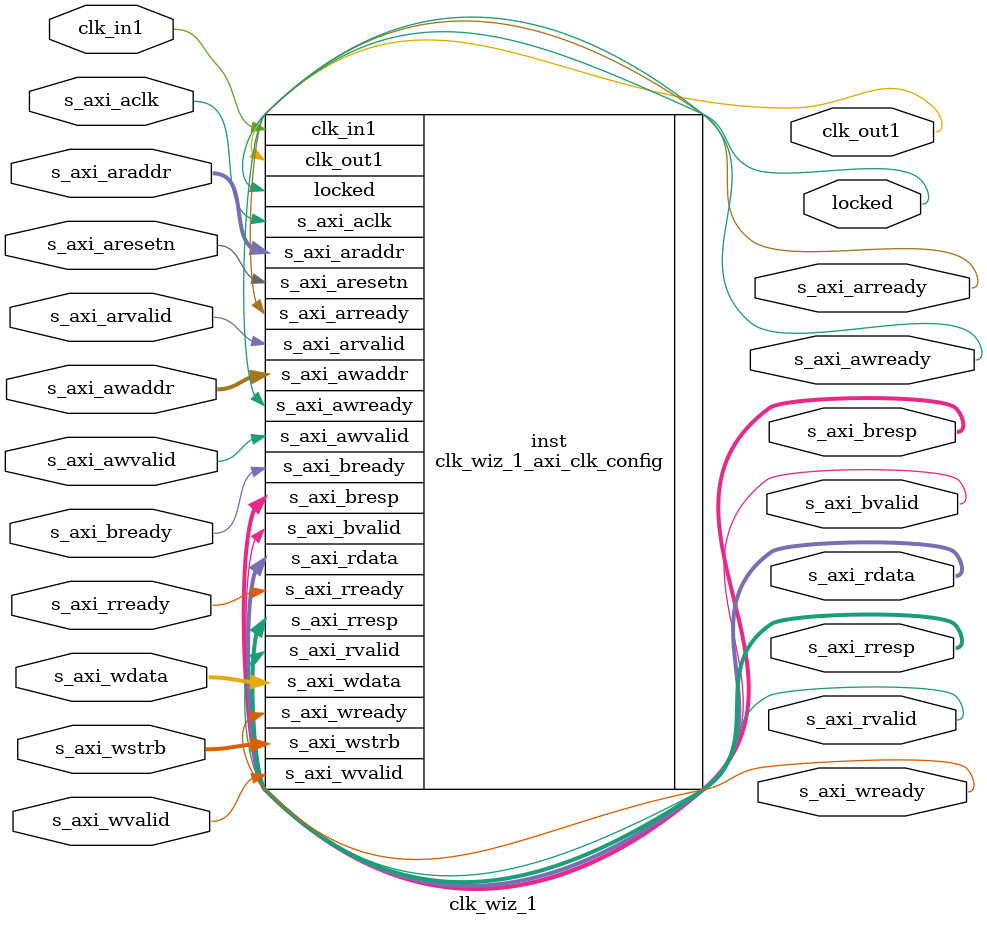
<source format=v>


`timescale 1ps/1ps

(* CORE_GENERATION_INFO = "clk_wiz_1,clk_wiz_v6_0_0_0,{component_name=clk_wiz_1,use_phase_alignment=true,use_min_o_jitter=false,use_max_i_jitter=false,use_dyn_phase_shift=false,use_inclk_switchover=false,use_dyn_reconfig=true,enable_axi=1,feedback_source=FDBK_AUTO,PRIMITIVE=MMCM,num_out_clk=1,clkin1_period=8.000,clkin2_period=10.000,use_power_down=false,use_reset=true,use_locked=true,use_inclk_stopped=false,feedback_type=SINGLE,CLOCK_MGR_TYPE=NA,manual_override=false}" *)

module clk_wiz_1 
 (
  input s_axi_aclk,
  input s_axi_aresetn,
  input [10 : 0] s_axi_awaddr,
  input s_axi_awvalid,
  output s_axi_awready,
  input [31 : 0] s_axi_wdata,
  input [3 : 0] s_axi_wstrb,
  input s_axi_wvalid,
  output s_axi_wready,
  output [1 : 0] s_axi_bresp,
  output s_axi_bvalid,
  input s_axi_bready,
  input [10 : 0] s_axi_araddr,
  input s_axi_arvalid,
  output s_axi_arready,
  output [31 : 0] s_axi_rdata,
  output [1 : 0] s_axi_rresp,
  output s_axi_rvalid,
  input s_axi_rready,
  // Clock out ports
  output        clk_out1,
  // Status and control signals
  output        locked,
 // Clock in ports
  input         clk_in1
 );

  clk_wiz_1_axi_clk_config #(
  .C_S_AXI_ADDR_WIDTH(11),
  .C_S_AXI_DATA_WIDTH(32)
  ) inst
  (
  .s_axi_aclk      (s_axi_aclk),                    
  .s_axi_aresetn   (s_axi_aresetn),                    
  .s_axi_awaddr    (s_axi_awaddr),                    
  .s_axi_awvalid   (s_axi_awvalid),                    
  .s_axi_awready   (s_axi_awready),                    
  .s_axi_wdata     (s_axi_wdata),                    
  .s_axi_wstrb     (s_axi_wstrb),                    
  .s_axi_wvalid    (s_axi_wvalid),                    
  .s_axi_wready    (s_axi_wready),                    
  .s_axi_bresp     (s_axi_bresp),                    
  .s_axi_bvalid    (s_axi_bvalid),                    
  .s_axi_bready    (s_axi_bready),                    
  .s_axi_araddr    (s_axi_araddr),                    
  .s_axi_arvalid   (s_axi_arvalid),                    
  .s_axi_arready   (s_axi_arready),                    
  .s_axi_rdata     (s_axi_rdata),                    
  .s_axi_rresp     (s_axi_rresp),                    
  .s_axi_rvalid    (s_axi_rvalid),                    
  .s_axi_rready    (s_axi_rready),                    
  // Clock out ports  
  .clk_out1(clk_out1),
  // Status and control signals               
  .locked(locked),
 // Clock in ports
  .clk_in1(clk_in1)
  );

endmodule

</source>
